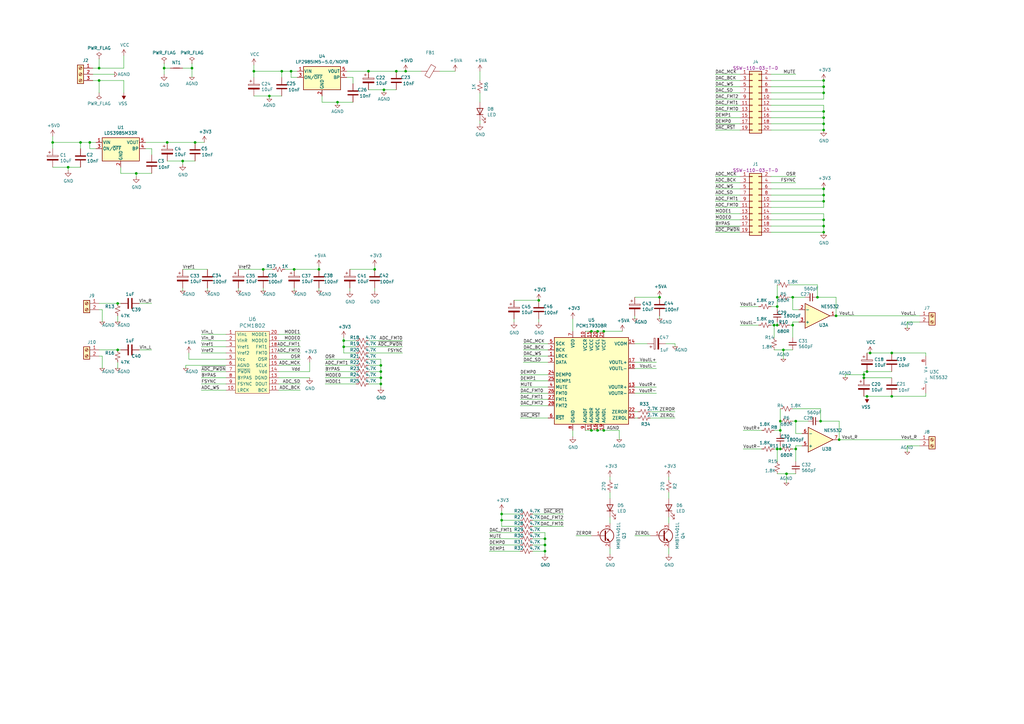
<source format=kicad_sch>
(kicad_sch (version 20230121) (generator eeschema)
  (paper "A3")
  (title_block (date "10 jan 2013"))
  (junction (at 151.13 29.21))
  (junction (at 337.82 77.47))
  (junction (at 321.31 143.51))
  (junction (at 356.87 144.78))
  (junction (at 115.57 29.21))
  (junction (at 337.82 35.56))
  (junction (at 55.88 71.12))
  (junction (at 74.93 66.04))
  (junction (at 326.39 172.72))
  (junction (at 337.82 80.01))
  (junction (at 205.74 213.36))
  (junction (at 270.51 121.92))
  (junction (at 337.82 45.72))
  (junction (at 318.77 121.92))
  (junction (at 104.14 29.21))
  (junction (at 223.52 226.06))
  (junction (at 48.26 124.46))
  (junction (at 68.58 58.42))
  (junction (at 337.82 90.17))
  (junction (at 120.65 110.49))
  (junction (at 326.39 184.15))
  (junction (at 247.65 135.89))
  (junction (at 33.02 58.42))
  (junction (at 337.82 50.8))
  (junction (at 162.56 29.21))
  (junction (at 220.98 123.19))
  (junction (at 354.33 154.94))
  (junction (at 223.52 223.52))
  (junction (at 354.33 153.67))
  (junction (at 245.11 176.53))
  (junction (at 156.21 157.48))
  (junction (at 27.94 68.58))
  (junction (at 337.82 92.71))
  (junction (at 355.6 152.4))
  (junction (at 78.74 27.94))
  (junction (at 325.12 133.35))
  (junction (at 140.97 142.24))
  (junction (at 156.21 154.94))
  (junction (at 365.76 162.56))
  (junction (at 247.65 176.53))
  (junction (at 157.48 36.83))
  (junction (at 325.12 121.92))
  (junction (at 320.04 176.53))
  (junction (at 119.38 29.21))
  (junction (at 337.82 53.34))
  (junction (at 336.55 172.72))
  (junction (at 67.31 27.94))
  (junction (at 337.82 82.55))
  (junction (at 337.82 95.25))
  (junction (at 80.01 58.42))
  (junction (at 223.52 220.98))
  (junction (at 130.81 110.49))
  (junction (at 110.49 39.37))
  (junction (at 140.97 139.7))
  (junction (at 365.76 144.78))
  (junction (at 21.59 58.42))
  (junction (at 242.57 135.89))
  (junction (at 40.64 27.94))
  (junction (at 107.95 110.49))
  (junction (at 337.82 38.1))
  (junction (at 138.43 41.91))
  (junction (at 48.26 143.51))
  (junction (at 342.9 129.54))
  (junction (at 245.11 135.89))
  (junction (at 320.04 172.72))
  (junction (at 205.74 210.82))
  (junction (at 156.21 149.86))
  (junction (at 36.83 58.42))
  (junction (at 337.82 48.26))
  (junction (at 335.28 121.92))
  (junction (at 322.58 194.31))
  (junction (at 242.57 176.53))
  (junction (at 320.04 184.15))
  (junction (at 337.82 33.02))
  (junction (at 318.77 125.73))
  (junction (at 166.37 29.21))
  (junction (at 156.21 152.4))
  (junction (at 344.17 180.34))
  (junction (at 318.77 133.35))
  (junction (at 40.64 33.02))
  (junction (at 153.67 110.49))
  (junction (at 318.77 184.15))
  (junction (at 355.6 162.56))
  (junction (at 317.5 133.35))
  (wire (pts (xy 133.35 149.86) (xy 146.05 149.86)))
  (wire (pts (xy 162.56 29.21) (xy 166.37 29.21)))
  (wire (pts (xy 260.35 121.92) (xy 270.51 121.92)))
  (wire (pts (xy 76.2 149.86) (xy 92.71 149.86)))
  (wire (pts (xy 50.8 27.94) (xy 50.8 22.86)))
  (wire (pts (xy 62.23 60.96) (xy 62.23 63.5)))
  (wire (pts (xy 344.17 180.34) (xy 377.19 180.34)))
  (wire (pts (xy 293.37 77.47) (xy 303.53 77.47)))
  (wire (pts (xy 120.65 110.49) (xy 130.81 110.49)))
  (wire (pts (xy 303.53 90.17) (xy 293.37 90.17)))
  (wire (pts (xy 327.66 132.08) (xy 325.12 132.08)))
  (wire (pts (xy 115.57 29.21) (xy 119.38 29.21)))
  (wire (pts (xy 140.97 142.24) (xy 140.97 144.78)))
  (wire (pts (xy 303.53 48.26) (xy 293.37 48.26)))
  (wire (pts (xy 316.23 33.02) (xy 337.82 33.02)))
  (wire (pts (xy 133.35 154.94) (xy 146.05 154.94)))
  (wire (pts (xy 355.6 144.78) (xy 356.87 144.78)))
  (wire (pts (xy 223.52 220.98) (xy 223.52 223.52)))
  (wire (pts (xy 156.21 157.48) (xy 156.21 158.75)))
  (wire (pts (xy 224.79 171.45) (xy 213.36 171.45)))
  (wire (pts (xy 304.8 184.15) (xy 312.42 184.15)))
  (wire (pts (xy 274.32 201.93) (xy 274.32 204.47)))
  (wire (pts (xy 57.15 143.51) (xy 62.23 143.51)))
  (wire (pts (xy 143.51 118.11) (xy 143.51 119.38)))
  (wire (pts (xy 205.74 213.36) (xy 205.74 215.9)))
  (wire (pts (xy 326.39 182.88) (xy 326.39 184.15)))
  (wire (pts (xy 323.85 133.35) (xy 325.12 133.35)))
  (wire (pts (xy 276.86 142.24) (xy 276.86 140.97)))
  (wire (pts (xy 365.76 162.56) (xy 379.73 162.56)))
  (wire (pts (xy 133.35 152.4) (xy 146.05 152.4)))
  (wire (pts (xy 143.51 110.49) (xy 153.67 110.49)))
  (wire (pts (xy 38.1 33.02) (xy 40.64 33.02)))
  (wire (pts (xy 354.33 152.4) (xy 354.33 153.67)))
  (wire (pts (xy 379.73 146.05) (xy 379.73 144.78)))
  (wire (pts (xy 274.32 195.58) (xy 274.32 196.85)))
  (wire (pts (xy 40.64 33.02) (xy 50.8 33.02)))
  (wire (pts (xy 77.47 147.32) (xy 77.47 144.78)))
  (wire (pts (xy 303.53 43.18) (xy 293.37 43.18)))
  (wire (pts (xy 33.02 58.42) (xy 36.83 58.42)))
  (wire (pts (xy 40.64 146.05) (xy 41.91 146.05)))
  (wire (pts (xy 325.12 121.92) (xy 325.12 127)))
  (wire (pts (xy 36.83 58.42) (xy 39.37 58.42)))
  (wire (pts (xy 231.14 213.36) (xy 218.44 213.36)))
  (wire (pts (xy 218.44 218.44) (xy 223.52 218.44)))
  (wire (pts (xy 111.76 110.49) (xy 107.95 110.49)))
  (wire (pts (xy 213.36 213.36) (xy 205.74 213.36)))
  (wire (pts (xy 265.43 140.97) (xy 260.35 140.97)))
  (wire (pts (xy 269.24 148.59) (xy 260.35 148.59)))
  (wire (pts (xy 151.13 157.48) (xy 156.21 157.48)))
  (wire (pts (xy 110.49 39.37) (xy 115.57 39.37)))
  (wire (pts (xy 213.36 153.67) (xy 224.79 153.67)))
  (wire (pts (xy 293.37 92.71) (xy 303.53 92.71)))
  (wire (pts (xy 97.79 118.11) (xy 97.79 119.38)))
  (wire (pts (xy 260.35 151.13) (xy 269.24 151.13)))
  (wire (pts (xy 214.63 143.51) (xy 224.79 143.51)))
  (wire (pts (xy 224.79 146.05) (xy 214.63 146.05)))
  (wire (pts (xy 85.09 118.11) (xy 85.09 119.38)))
  (wire (pts (xy 337.82 45.72) (xy 337.82 48.26)))
  (wire (pts (xy 59.69 58.42) (xy 68.58 58.42)))
  (wire (pts (xy 254 176.53) (xy 247.65 176.53)))
  (wire (pts (xy 318.77 133.35) (xy 318.77 132.08)))
  (wire (pts (xy 140.97 144.78) (xy 146.05 144.78)))
  (wire (pts (xy 196.85 49.53) (xy 196.85 50.8)))
  (wire (pts (xy 320.04 167.64) (xy 320.04 172.72)))
  (wire (pts (xy 69.85 27.94) (xy 67.31 27.94)))
  (wire (pts (xy 116.84 110.49) (xy 120.65 110.49)))
  (wire (pts (xy 260.35 129.54) (xy 260.35 130.81)))
  (wire (pts (xy 82.55 139.7) (xy 92.71 139.7)))
  (wire (pts (xy 130.81 118.11) (xy 130.81 119.38)))
  (wire (pts (xy 200.66 226.06) (xy 213.36 226.06)))
  (wire (pts (xy 144.78 41.91) (xy 138.43 41.91)))
  (wire (pts (xy 40.64 124.46) (xy 48.26 124.46)))
  (wire (pts (xy 156.21 152.4) (xy 156.21 154.94)))
  (wire (pts (xy 76.2 149.86) (xy 76.2 151.13)))
  (wire (pts (xy 247.65 135.89) (xy 255.27 135.89)))
  (wire (pts (xy 293.37 80.01) (xy 303.53 80.01)))
  (wire (pts (xy 21.59 55.88) (xy 21.59 58.42)))
  (wire (pts (xy 325.12 133.35) (xy 325.12 138.43)))
  (wire (pts (xy 151.13 147.32) (xy 156.21 147.32)))
  (wire (pts (xy 224.79 163.83) (xy 213.36 163.83)))
  (wire (pts (xy 293.37 40.64) (xy 303.53 40.64)))
  (wire (pts (xy 335.28 121.92) (xy 342.9 121.92)))
  (wire (pts (xy 21.59 58.42) (xy 33.02 58.42)))
  (wire (pts (xy 200.66 220.98) (xy 213.36 220.98)))
  (wire (pts (xy 48.26 124.46) (xy 49.53 124.46)))
  (wire (pts (xy 260.35 161.29) (xy 269.24 161.29)))
  (wire (pts (xy 78.74 26.035) (xy 78.74 27.94)))
  (wire (pts (xy 196.85 38.1) (xy 196.85 41.91)))
  (wire (pts (xy 119.38 29.21) (xy 121.92 29.21)))
  (wire (pts (xy 317.5 176.53) (xy 320.04 176.53)))
  (wire (pts (xy 142.24 31.75) (xy 144.78 31.75)))
  (wire (pts (xy 293.37 33.02) (xy 303.53 33.02)))
  (wire (pts (xy 337.82 50.8) (xy 337.82 53.34)))
  (wire (pts (xy 379.73 162.56) (xy 379.73 161.29)))
  (wire (pts (xy 335.28 116.84) (xy 335.28 121.92)))
  (wire (pts (xy 303.53 125.73) (xy 311.15 125.73)))
  (wire (pts (xy 78.74 27.94) (xy 78.74 31.75)))
  (wire (pts (xy 224.79 156.21) (xy 213.36 156.21)))
  (wire (pts (xy 224.79 140.97) (xy 214.63 140.97)))
  (wire (pts (xy 316.23 50.8) (xy 337.82 50.8)))
  (wire (pts (xy 62.23 71.12) (xy 55.88 71.12)))
  (wire (pts (xy 354.33 153.67) (xy 354.33 154.94)))
  (wire (pts (xy 21.59 60.96) (xy 21.59 58.42)))
  (wire (pts (xy 354.33 152.4) (xy 355.6 152.4)))
  (wire (pts (xy 240.03 176.53) (xy 242.57 176.53)))
  (wire (pts (xy 336.55 167.64) (xy 336.55 172.72)))
  (wire (pts (xy 377.19 132.08) (xy 372.11 132.08)))
  (wire (pts (xy 223.52 218.44) (xy 223.52 220.98)))
  (wire (pts (xy 318.77 189.23) (xy 318.77 184.15)))
  (wire (pts (xy 74.93 27.94) (xy 78.74 27.94)))
  (wire (pts (xy 104.14 26.67) (xy 104.14 29.21)))
  (wire (pts (xy 123.19 160.02) (xy 114.3 160.02)))
  (wire (pts (xy 38.1 30.48) (xy 46.99 30.48)))
  (wire (pts (xy 326.39 184.15) (xy 326.39 189.23)))
  (wire (pts (xy 372.11 132.08) (xy 372.11 134.62)))
  (wire (pts (xy 205.74 210.82) (xy 205.74 213.36)))
  (wire (pts (xy 293.37 74.93) (xy 303.53 74.93)))
  (wire (pts (xy 138.43 41.91) (xy 132.08 41.91)))
  (wire (pts (xy 318.77 116.84) (xy 318.77 121.92)))
  (wire (pts (xy 144.78 31.75) (xy 144.78 34.29)))
  (wire (pts (xy 260.35 171.45) (xy 261.62 171.45)))
  (wire (pts (xy 80.01 58.42) (xy 83.82 58.42)))
  (wire (pts (xy 318.77 194.31) (xy 322.58 194.31)))
  (wire (pts (xy 123.19 149.86) (xy 114.3 149.86)))
  (wire (pts (xy 231.14 210.82) (xy 218.44 210.82)))
  (wire (pts (xy 27.94 68.58) (xy 33.02 68.58)))
  (wire (pts (xy 104.14 39.37) (xy 110.49 39.37)))
  (wire (pts (xy 223.52 226.06) (xy 223.52 227.33)))
  (wire (pts (xy 127 152.4) (xy 127 148.59)))
  (wire (pts (xy 317.5 184.15) (xy 318.77 184.15)))
  (wire (pts (xy 323.85 116.84) (xy 335.28 116.84)))
  (wire (pts (xy 318.77 121.92) (xy 318.77 125.73)))
  (wire (pts (xy 270.51 129.54) (xy 270.51 130.81)))
  (wire (pts (xy 92.71 144.78) (xy 82.55 144.78)))
  (wire (pts (xy 337.82 80.01) (xy 337.82 77.47)))
  (wire (pts (xy 40.64 143.51) (xy 48.26 143.51)))
  (wire (pts (xy 104.14 29.21) (xy 115.57 29.21)))
  (wire (pts (xy 82.55 160.02) (xy 92.71 160.02)))
  (wire (pts (xy 196.85 29.21) (xy 196.85 33.02)))
  (wire (pts (xy 218.44 223.52) (xy 223.52 223.52)))
  (wire (pts (xy 214.63 148.59) (xy 224.79 148.59)))
  (wire (pts (xy 325.12 132.08) (xy 325.12 133.35)))
  (wire (pts (xy 260.35 219.71) (xy 266.7 219.71)))
  (wire (pts (xy 316.23 43.18) (xy 337.82 43.18)))
  (wire (pts (xy 303.53 85.09) (xy 293.37 85.09)))
  (wire (pts (xy 223.52 223.52) (xy 223.52 226.06)))
  (wire (pts (xy 303.53 38.1) (xy 293.37 38.1)))
  (wire (pts (xy 48.26 143.51) (xy 49.53 143.51)))
  (wire (pts (xy 316.23 48.26) (xy 337.82 48.26)))
  (wire (pts (xy 59.69 60.96) (xy 62.23 60.96)))
  (wire (pts (xy 205.74 215.9) (xy 213.36 215.9)))
  (wire (pts (xy 303.53 35.56) (xy 293.37 35.56)))
  (wire (pts (xy 337.82 40.64) (xy 337.82 38.1)))
  (wire (pts (xy 303.53 95.25) (xy 293.37 95.25)))
  (wire (pts (xy 74.93 66.04) (xy 80.01 66.04)))
  (wire (pts (xy 68.58 66.04) (xy 74.93 66.04)))
  (wire (pts (xy 68.58 58.42) (xy 80.01 58.42)))
  (wire (pts (xy 41.91 127) (xy 41.91 132.08)))
  (wire (pts (xy 316.23 45.72) (xy 337.82 45.72)))
  (wire (pts (xy 325.12 167.64) (xy 336.55 167.64)))
  (wire (pts (xy 36.83 60.96) (xy 36.83 58.42)))
  (wire (pts (xy 234.95 176.53) (xy 234.95 179.07)))
  (wire (pts (xy 114.3 142.24) (xy 123.19 142.24)))
  (wire (pts (xy 337.82 43.18) (xy 337.82 45.72)))
  (wire (pts (xy 92.71 142.24) (xy 82.55 142.24)))
  (wire (pts (xy 92.71 157.48) (xy 82.55 157.48)))
  (wire (pts (xy 242.57 176.53) (xy 245.11 176.53)))
  (wire (pts (xy 120.65 118.11) (xy 120.65 119.38)))
  (wire (pts (xy 303.53 87.63) (xy 293.37 87.63)))
  (wire (pts (xy 97.79 110.49) (xy 107.95 110.49)))
  (wire (pts (xy 320.04 176.53) (xy 320.04 177.8)))
  (wire (pts (xy 48.26 129.54) (xy 48.26 132.08)))
  (wire (pts (xy 322.58 194.31) (xy 326.39 194.31)))
  (wire (pts (xy 316.23 95.25) (xy 337.82 95.25)))
  (wire (pts (xy 27.94 69.85) (xy 27.94 68.58)))
  (wire (pts (xy 293.37 30.48) (xy 303.53 30.48)))
  (wire (pts (xy 326.39 172.72) (xy 331.47 172.72)))
  (wire (pts (xy 316.23 53.34) (xy 337.82 53.34)))
  (wire (pts (xy 123.19 147.32) (xy 114.3 147.32)))
  (wire (pts (xy 250.19 224.79) (xy 250.19 227.33)))
  (wire (pts (xy 240.03 135.89) (xy 242.57 135.89)))
  (wire (pts (xy 114.3 152.4) (xy 127 152.4)))
  (wire (pts (xy 354.33 154.94) (xy 365.76 154.94)))
  (wire (pts (xy 142.24 29.21) (xy 151.13 29.21)))
  (wire (pts (xy 326.39 177.8) (xy 328.93 177.8)))
  (wire (pts (xy 266.7 171.45) (xy 276.86 171.45)))
  (wire (pts (xy 250.19 212.09) (xy 250.19 214.63)))
  (wire (pts (xy 40.64 38.1) (xy 40.64 33.02)))
  (wire (pts (xy 234.95 130.81) (xy 234.95 135.89)))
  (wire (pts (xy 337.82 90.17) (xy 337.82 92.71)))
  (wire (pts (xy 316.23 133.35) (xy 317.5 133.35)))
  (wire (pts (xy 57.15 124.46) (xy 62.23 124.46)))
  (wire (pts (xy 74.93 67.31) (xy 74.93 66.04)))
  (wire (pts (xy 39.37 60.96) (xy 36.83 60.96)))
  (wire (pts (xy 205.74 210.82) (xy 213.36 210.82)))
  (wire (pts (xy 346.71 153.67) (xy 354.33 153.67)))
  (wire (pts (xy 200.66 218.44) (xy 213.36 218.44)))
  (wire (pts (xy 114.3 154.94) (xy 127 154.94)))
  (wire (pts (xy 40.64 127) (xy 41.91 127)))
  (wire (pts (xy 276.86 140.97) (xy 273.05 140.97)))
  (wire (pts (xy 119.38 31.75) (xy 119.38 29.21)))
  (wire (pts (xy 151.13 154.94) (xy 156.21 154.94)))
  (wire (pts (xy 326.39 172.72) (xy 326.39 177.8)))
  (wire (pts (xy 312.42 176.53) (xy 304.8 176.53)))
  (wire (pts (xy 153.67 109.22) (xy 153.67 110.49)))
  (wire (pts (xy 121.92 31.75) (xy 119.38 31.75)))
  (wire (pts (xy 317.5 143.51) (xy 321.31 143.51)))
  (wire (pts (xy 67.31 26.035) (xy 67.31 27.94)))
  (wire (pts (xy 110.49 40.64) (xy 110.49 39.37)))
  (wire (pts (xy 153.67 118.11) (xy 153.67 119.38)))
  (wire (pts (xy 342.9 121.92) (xy 342.9 129.54)))
  (wire (pts (xy 123.19 139.7) (xy 114.3 139.7)))
  (wire (pts (xy 156.21 147.32) (xy 156.21 149.86)))
  (wire (pts (xy 114.3 137.16) (xy 123.19 137.16)))
  (wire (pts (xy 21.59 68.58) (xy 27.94 68.58)))
  (wire (pts (xy 337.82 48.26) (xy 337.82 50.8)))
  (wire (pts (xy 92.71 137.16) (xy 82.55 137.16)))
  (wire (pts (xy 156.21 149.86) (xy 156.21 152.4)))
  (wire (pts (xy 337.82 35.56) (xy 337.82 33.02)))
  (wire (pts (xy 293.37 82.55) (xy 303.53 82.55)))
  (wire (pts (xy 337.82 82.55) (xy 337.82 80.01)))
  (wire (pts (xy 41.91 146.05) (xy 41.91 151.13)))
  (wire (pts (xy 316.23 90.17) (xy 337.82 90.17)))
  (wire (pts (xy 218.44 220.98) (xy 223.52 220.98)))
  (wire (pts (xy 40.64 24.13) (xy 40.64 27.94)))
  (wire (pts (xy 326.39 72.39) (xy 316.23 72.39)))
  (wire (pts (xy 316.23 92.71) (xy 337.82 92.71)))
  (wire (pts (xy 245.11 135.89) (xy 247.65 135.89)))
  (wire (pts (xy 293.37 50.8) (xy 303.53 50.8)))
  (wire (pts (xy 322.58 198.12) (xy 322.58 194.31)))
  (wire (pts (xy 165.1 142.24) (xy 151.13 142.24)))
  (wire (pts (xy 123.19 144.78) (xy 114.3 144.78)))
  (wire (pts (xy 355.6 162.56) (xy 365.76 162.56)))
  (wire (pts (xy 254 180.34) (xy 254 176.53)))
  (wire (pts (xy 274.32 212.09) (xy 274.32 214.63)))
  (wire (pts (xy 140.97 139.7) (xy 140.97 142.24)))
  (wire (pts (xy 166.37 29.21) (xy 172.72 29.21)))
  (wire (pts (xy 213.36 161.29) (xy 224.79 161.29)))
  (wire (pts (xy 133.35 147.32) (xy 146.05 147.32)))
  (wire (pts (xy 325.12 184.15) (xy 326.39 184.15)))
  (wire (pts (xy 157.48 38.1) (xy 157.48 36.83)))
  (wire (pts (xy 218.44 226.06) (xy 223.52 226.06)))
  (wire (pts (xy 107.95 118.11) (xy 107.95 119.38)))
  (wire (pts (xy 344.17 172.72) (xy 344.17 180.34)))
  (wire (pts (xy 317.5 138.43) (xy 317.5 133.35)))
  (wire (pts (xy 316.23 77.47) (xy 337.82 77.47)))
  (wire (pts (xy 140.97 139.7) (xy 146.05 139.7)))
  (wire (pts (xy 74.93 118.11) (xy 74.93 119.38)))
  (wire (pts (xy 326.39 30.48) (xy 316.23 30.48)))
  (wire (pts (xy 123.19 157.48) (xy 114.3 157.48)))
  (wire (pts (xy 245.11 176.53) (xy 247.65 176.53)))
  (wire (pts (xy 48.26 148.59) (xy 48.26 151.13)))
  (wire (pts (xy 260.35 168.91) (xy 261.62 168.91)))
  (wire (pts (xy 316.23 35.56) (xy 337.82 35.56)))
  (wire (pts (xy 317.5 133.35) (xy 318.77 133.35)))
  (wire (pts (xy 250.19 201.93) (xy 250.19 204.47)))
  (wire (pts (xy 151.13 149.86) (xy 156.21 149.86)))
  (wire (pts (xy 55.88 71.12) (xy 49.53 71.12)))
  (wire (pts (xy 74.93 110.49) (xy 85.09 110.49)))
  (wire (pts (xy 316.23 82.55) (xy 337.82 82.55)))
  (wire (pts (xy 104.14 31.75) (xy 104.14 29.21)))
  (wire (pts (xy 311.15 133.35) (xy 303.53 133.35)))
  (wire (pts (xy 157.48 36.83) (xy 162.56 36.83)))
  (wire (pts (xy 293.37 45.72) (xy 303.53 45.72)))
  (wire (pts (xy 325.12 127) (xy 327.66 127)))
  (wire (pts (xy 337.82 38.1) (xy 337.82 35.56)))
  (wire (pts (xy 250.19 195.58) (xy 250.19 196.85)))
  (wire (pts (xy 337.82 87.63) (xy 337.82 90.17)))
  (wire (pts (xy 325.12 121.92) (xy 330.2 121.92)))
  (wire (pts (xy 316.23 80.01) (xy 337.82 80.01)))
  (wire (pts (xy 220.98 130.81) (xy 220.98 132.08)))
  (wire (pts (xy 38.1 27.94) (xy 40.64 27.94)))
  (wire (pts (xy 365.76 144.78) (xy 379.73 144.78)))
  (wire (pts (xy 342.9 129.54) (xy 377.19 129.54)))
  (wire (pts (xy 320.04 184.15) (xy 320.04 182.88)))
  (wire (pts (xy 321.31 147.32) (xy 321.31 143.51)))
  (wire (pts (xy 328.93 182.88) (xy 326.39 182.88)))
  (wire (pts (xy 231.14 215.9) (xy 218.44 215.9)))
  (wire (pts (xy 356.87 144.78) (xy 365.76 144.78)))
  (wire (pts (xy 213.36 166.37) (xy 224.79 166.37)))
  (wire (pts (xy 33.02 60.96) (xy 33.02 58.42)))
  (wire (pts (xy 316.23 85.09) (xy 337.82 85.09)))
  (wire (pts (xy 336.55 172.72) (xy 344.17 172.72)))
  (wire (pts (xy 320.04 172.72) (xy 320.04 176.53)))
  (wire (pts (xy 346.71 154.94) (xy 346.71 153.67)))
  (wire (pts (xy 151.13 36.83) (xy 157.48 36.83)))
  (wire (pts (xy 316.23 40.64) (xy 337.82 40.64)))
  (wire (pts (xy 138.43 41.91) (xy 138.43 43.18)))
  (wire (pts (xy 133.35 157.48) (xy 146.05 157.48)))
  (wire (pts (xy 354.33 162.56) (xy 355.6 162.56)))
  (wire (pts (xy 337.82 85.09) (xy 337.82 82.55)))
  (wire (pts (xy 269.24 158.75) (xy 260.35 158.75)))
  (wire (pts (xy 326.39 74.93) (xy 316.23 74.93)))
  (wire (pts (xy 92.71 154.94) (xy 82.55 154.94)))
  (wire (pts (xy 146.05 142.24) (xy 140.97 142.24)))
  (wire (pts (xy 316.23 125.73) (xy 318.77 125.73)))
  (wire (pts (xy 205.74 209.55) (xy 205.74 210.82)))
  (wire (pts (xy 77.47 147.32) (xy 92.71 147.32)))
  (wire (pts (xy 321.31 143.51) (xy 325.12 143.51)))
  (wire (pts (xy 50.8 33.02) (xy 50.8 38.1)))
  (wire (pts (xy 316.23 87.63) (xy 337.82 87.63)))
  (wire (pts (xy 200.66 223.52) (xy 213.36 223.52)))
  (wire (pts (xy 355.6 152.4) (xy 365.76 152.4)))
  (wire (pts (xy 140.97 138.43) (xy 140.97 139.7)))
  (wire (pts (xy 377.19 182.88) (xy 372.11 182.88)))
  (wire (pts (xy 151.13 152.4) (xy 156.21 152.4)))
  (wire (pts (xy 132.08 39.37) (xy 132.08 41.91)))
  (wire (pts (xy 40.64 27.94) (xy 50.8 27.94)))
  (wire (pts (xy 67.31 27.94) (xy 67.31 30.48)))
  (wire (pts (xy 303.53 72.39) (xy 293.37 72.39)))
  (wire (pts (xy 49.53 68.58) (xy 49.53 71.12)))
  (wire (pts (xy 276.86 168.91) (xy 266.7 168.91)))
  (wire (pts (xy 318.77 184.15) (xy 320.04 184.15)))
  (wire (pts (xy 151.13 29.21) (xy 162.56 29.21)))
  (wire (pts (xy 337.82 92.71) (xy 337.82 95.25)))
  (wire (pts (xy 325.12 172.72) (xy 326.39 172.72)))
  (wire (pts (xy 323.85 121.92) (xy 325.12 121.92)))
  (wire (pts (xy 156.21 154.94) (xy 156.21 157.48)))
  (wire (pts (xy 210.82 123.19) (xy 220.98 123.19)))
  (wire (pts (xy 316.23 38.1) (xy 337.82 38.1)))
  (wire (pts (xy 274.32 224.79) (xy 274.32 227.33)))
  (wire (pts (xy 293.37 53.34) (xy 303.53 53.34)))
  (wire (pts (xy 130.81 109.22) (xy 130.81 110.49)))
  (wire (pts (xy 210.82 130.81) (xy 210.82 132.08)))
  (wire (pts (xy 115.57 31.75) (xy 115.57 29.21)))
  (wire (pts (xy 180.34 29.21) (xy 186.69 29.21)))
  (wire (pts (xy 165.1 139.7) (xy 151.13 139.7)))
  (wire (pts (xy 236.22 219.71) (xy 242.57 219.71)))
  (wire (pts (xy 165.1 144.78) (xy 151.13 144.78)))
  (wire (pts (xy 55.88 71.12) (xy 55.88 72.39)))
  (wire (pts (xy 372.11 182.88) (xy 372.11 185.42)))
  (wire (pts (xy 318.77 125.73) (xy 318.77 127)))
  (wire (pts (xy 92.71 152.4) (xy 82.55 152.4)))
  (wire (pts (xy 213.36 158.75) (xy 224.79 158.75)))
  (wire (pts (xy 242.57 135.89) (xy 245.11 135.89)))
  (label "ZEROR" (at 276.86 168.91 180))
  (label "ADC_FMT1" (at 133.35 149.86 0))
  (label "FSYNC" (at 326.39 74.93 180))
  (label "OSR" (at 123.19 147.32 180))
  (label "ADC_MCK" (at 123.19 149.86 180))
  (label "ADC_BCK" (at 123.19 160.02 180))
  (label "DAC_SD" (at 293.37 38.1 0))
  (label "DAC_FMT1" (at 200.66 218.44 0))
  (label "VoutR+" (at 304.8 176.53 0))
  (label "ADC_BCK" (at 293.37 74.93 0))
  (label "~{ADC_PWDN}" (at 82.55 152.4 0))
  (label "ADC_SD" (at 123.19 157.48 180))
  (label "DEMP1" (at 293.37 48.26 0))
  (label "ADC_FMT0" (at 123.19 144.78 180))
  (label "MODE0" (at 293.37 90.17 0))
  (label "ADC_WS" (at 82.55 160.02 0))
  (label "BYPAS" (at 133.35 152.4 0))
  (label "DAC_WS" (at 214.63 146.05 0))
  (label "VoutR-" (at 304.8 184.15 0))
  (label "ZEROL" (at 276.86 171.45 180))
  (label "ADC_FMT0" (at 293.37 85.09 0))
  (label "Vout_L" (at 369.57 129.54 0))
  (label "FSYNC" (at 82.55 157.48 0))
  (label "Vref2" (at 97.79 110.49 0))
  (label "DEMP1" (at 213.36 156.21 0))
  (label "Vin_L" (at 82.55 137.16 0))
  (label "DAC_FMT1" (at 293.37 43.18 0))
  (label "ZEROL" (at 260.35 219.71 0))
  (label "~{DAC_RST}" (at 231.14 210.82 180))
  (label "MUTE" (at 213.36 158.75 0))
  (label "MODE1" (at 133.35 157.48 0))
  (label "Vref1" (at 74.93 110.49 0))
  (label "VoutL+" (at 303.53 125.73 0))
  (label "~{ADC_PWDN}" (at 165.1 142.24 180))
  (label "MODE1" (at 123.19 137.16 180))
  (label "DAC_FMT1" (at 213.36 163.83 0))
  (label "MODE1" (at 293.37 87.63 0))
  (label "OSR" (at 133.35 147.32 0))
  (label "VoutR-" (at 269.24 161.29 180))
  (label "MODE0" (at 133.35 154.94 0))
  (label "ADC_FMT1" (at 293.37 82.55 0))
  (label "VoutL-" (at 269.24 151.13 180))
  (label "Vout_R" (at 351.79 180.34 180))
  (label "ADC_MCK" (at 293.37 72.39 0))
  (label "MUTE" (at 326.39 30.48 180))
  (label "ADC_FMT1" (at 123.19 142.24 180))
  (label "BYPAS" (at 293.37 92.71 0))
  (label "MUTE" (at 200.66 220.98 0))
  (label "DEMP0" (at 213.36 153.67 0))
  (label "DAC_FMT0" (at 231.14 215.9 180))
  (label "Vout_R" (at 369.57 180.34 0))
  (label "ADC_WS" (at 293.37 77.47 0))
  (label "DAC_FMT2" (at 213.36 166.37 0))
  (label "Vin_L" (at 62.23 143.51 180))
  (label "~{DAC_RST}" (at 293.37 53.34 0))
  (label "DAC_SD" (at 214.63 148.59 0))
  (label "ADC_SD" (at 293.37 80.01 0))
  (label "BYPAS" (at 82.55 154.94 0))
  (label "DEMP0" (at 293.37 50.8 0))
  (label "DAC_FMT0" (at 293.37 45.72 0))
  (label "FSYNC" (at 165.1 144.78 180))
  (label "Vref1" (at 82.55 142.24 0))
  (label "DAC_MCK" (at 214.63 140.97 0))
  (label "DAC_BCK" (at 214.63 143.51 0))
  (label "DAC_FMT0" (at 213.36 161.29 0))
  (label "Vref2" (at 82.55 144.78 0))
  (label "DEMP1" (at 200.66 226.06 0))
  (label "DAC_FMT2" (at 293.37 40.64 0))
  (label "DAC_WS" (at 293.37 35.56 0))
  (label "Vin_R" (at 62.23 124.46 180))
  (label "DAC_FMT2" (at 231.14 213.36 180))
  (label "DAC_MCK" (at 293.37 30.48 0))
  (label "Vin_R" (at 82.55 139.7 0))
  (label "AGND" (at 254 176.53 180))
  (label "DEMP0" (at 200.66 223.52 0))
  (label "MODE0" (at 123.19 139.7 180))
  (label "VoutL+" (at 269.24 148.59 180))
  (label "OSR" (at 326.39 72.39 180))
  (label "VoutL-" (at 303.53 133.35 0))
  (label "DAC_BCK" (at 293.37 33.02 0))
  (label "Vdd" (at 123.19 152.4 180))
  (label "ADC_FMT0" (at 165.1 139.7 180))
  (label "VoutR+" (at 269.24 158.75 180))
  (label "~{ADC_PWDN}" (at 293.37 95.25 0))
  (label "ZEROR" (at 236.22 219.71 0))
  (label "~{DAC_RST}" (at 213.36 171.45 0))
  (label "Vout_L" (at 350.52 129.54 180))
  (symbol (lib_id "Arduino_codec-rescue:PCM1793-TestAudioBoard-rescue") (at 242.57 156.21 0) (unit 1)
    (property "Reference" "U5" (at 242.57 131.2926 0))
    (property "Value" "PCM1793DBR" (at 242.57 133.604 0))
    (property "Footprint" "Package_SO:SSOP-28_5.3x10.2mm_P0.65mm" (effects hide))
    (property "Datasheet" "https://www.ti.com/lit/ds/symlink/pcm1793.pdf?HQS=TI-null-null-digikeymode-df-pf-null-wwe&ts=1592796921177" (effects hide))
    (property "Part #" "PCM1793DBR" (effects hide))
  )
  (symbol (lib_id "Amplifier_Operational:NE5532") (at 336.55 180.34 0) (mirror x) (unit 2)
    (property "Reference" "U3" (at 339.09 184.15 0))
    (property "Value" "NE5532" (at 341.63 176.53 0))
    (property "Footprint" "Package_SO:SOIC-8_3.9x4.9mm_P1.27mm" (effects hide))
    (property "Datasheet" "http://www.ti.com/lit/ds/symlink/ne5532.pdf" (effects hide))
    (property "Part #" "NE5532DR" (effects hide))
  )
  (symbol (lib_id "Regulator_Linear:LP2985-5.0") (at 132.08 31.75 0) (unit 1)
    (property "Reference" "U4" (at 132.08 23.0632 0))
    (property "Value" "LP2985IM5-5.0/NOPB" (at 132.08 25.3746 0))
    (property "Footprint" "Package_TO_SOT_SMD:SOT-23-5_HandSoldering" (effects hide))
    (property "Datasheet" "https://www.ti.com/lit/ds/symlink/lp2985-n.pdf?HQS=TI-null-null-digikeymode-df-pf-null-wwe&ts=1592796631300" (effects hide))
    (property "Part #" "LP2985IM5-5.0/NOPB" (effects hide))
  )
  (symbol (lib_id "Connector_Generic:Conn_02x10_Odd_Even") (at 308.61 40.64 0) (unit 1)
    (property "Reference" "J4" (at 309.88 25.4 0))
    (property "Value" "Conn_02x10_Odd_Even" (effects hide))
    (property "Footprint" "Connector_PinHeader_2.54mm:PinHeader_2x10_P2.54mm_Vertical" (effects hide))
    (property "Datasheet" "http://suddendocs.samtec.com/catalog_english/ssw_th.pdf" (effects hide))
    (property "Comment" "SSW-110-03-T-D" (at 309.88 27.94 0))
    (property "Part #" "SSW-110-03-T-D" (effects hide))
  )
  (symbol (lib_id "Device:C") (at 365.76 148.59 0) (unit 1)
    (property "Reference" "C19" (at 369.57 147.32 0))
    (property "Value" "10nF" (at 370.84 149.86 0))
    (property "Footprint" "Capacitor_SMD:C_0603_1608Metric_Pad1.05x0.95mm_HandSolder" (effects hide))
    (property "Datasheet" "https://content.kemet.com/datasheets/KEM_C1002_X7R_SMD.pdf" (effects hide))
    (property "Part #" "C0603C103M5RACTU" (effects hide))
  )
  (symbol (lib_id "Device:C") (at 365.76 158.75 0) (unit 1)
    (property "Reference" "C21" (at 369.57 157.48 0))
    (property "Value" "10nF" (at 370.84 160.02 0))
    (property "Footprint" "Capacitor_SMD:C_0603_1608Metric_Pad1.05x0.95mm_HandSolder" (effects hide))
    (property "Datasheet" "https://content.kemet.com/datasheets/KEM_C1002_X7R_SMD.pdf" (effects hide))
    (property "Part #" "C0603C103M5RACTU" (effects hide))
  )
  (symbol (lib_id "Device:C") (at 115.57 35.56 0) (unit 1)
    (property "Reference" "C25" (at 119.38 34.29 0))
    (property "Value" "10nF" (at 120.65 36.83 0))
    (property "Footprint" "Capacitor_SMD:C_0603_1608Metric_Pad1.05x0.95mm_HandSolder" (effects hide))
    (property "Datasheet" "https://content.kemet.com/datasheets/KEM_C1002_X7R_SMD.pdf" (effects hide))
    (property "Part #" "C0603C103M5RACTU" (effects hide))
  )
  (symbol (lib_id "Device:C") (at 162.56 33.02 0) (unit 1)
    (property "Reference" "C23" (at 166.37 31.75 0))
    (property "Value" "10nF" (at 167.64 34.29 0))
    (property "Footprint" "Capacitor_SMD:C_0603_1608Metric_Pad1.05x0.95mm_HandSolder" (effects hide))
    (property "Datasheet" "https://content.kemet.com/datasheets/KEM_C1002_X7R_SMD.pdf" (effects hide))
    (property "Part #" "C0603C103M5RACTU" (effects hide))
  )
  (symbol (lib_id "Device:C") (at 144.78 38.1 0) (unit 1)
    (property "Reference" "C26" (at 148.59 36.83 0))
    (property "Value" "10nF" (at 149.86 39.37 0))
    (property "Footprint" "Capacitor_SMD:C_0603_1608Metric_Pad1.05x0.95mm_HandSolder" (effects hide))
    (property "Datasheet" "https://content.kemet.com/datasheets/KEM_C1002_X7R_SMD.pdf" (effects hide))
    (property "Part #" "C0603C103M5RACTU" (effects hide))
  )
  (symbol (lib_id "Device:R_Small_US") (at 314.96 176.53 270) (unit 1)
    (property "Reference" "R8" (at 317.5 175.26 90))
    (property "Value" "1.8K" (at 313.69 173.99 90))
    (property "Footprint" "Resistor_SMD:R_0603_1608Metric_Pad1.05x0.95mm_HandSolder" (effects hide))
  )
  (symbol (lib_id "Device:C_Small") (at 334.01 172.72 270) (unit 1)
    (property "Reference" "C28" (at 331.47 171.45 90))
    (property "Value" "560pF" (at 334.01 169.2148 90))
    (property "Footprint" "Capacitor_SMD:C_0603_1608Metric_Pad1.05x0.95mm_HandSolder" (effects hide))
  )
  (symbol (lib_id "Connector:Screw_Terminal_01x03") (at 33.02 30.48 0) (mirror y) (unit 1)
    (property "Reference" "J2" (at 35.1028 24.765 0))
    (property "Value" "Screw_Terminal_01x03" (effects hide))
    (property "Footprint" "Arduino_codec:TerminalBlock_Phoenix_MPT-0,5-3-2.54_1x03_P2.54mm_Horizontal" (effects hide))
    (property "Datasheet" "https://media.digikey.com/pdf/Data%20Sheets/Phoenix%20Contact%20PDFs/1725669.pdf" (effects hide))
    (property "Part #" "1725669" (effects hide))
  )
  (symbol (lib_id "Device:R_Small_US") (at 215.9 213.36 90) (unit 1)
    (property "Reference" "R27" (at 210.82 212.09 90) (effects (justify right)))
    (property "Value" "4.7K" (at 217.17 212.09 90) (effects (justify right)))
    (property "Footprint" "Resistor_SMD:R_0603_1608Metric_Pad1.05x0.95mm_HandSolder" (effects hide))
  )
  (symbol (lib_id "Device:R_Small_US") (at 215.9 223.52 90) (unit 1)
    (property "Reference" "R31" (at 210.82 222.25 90) (effects (justify right)))
    (property "Value" "4.7K" (at 217.17 222.25 90) (effects (justify right)))
    (property "Footprint" "Resistor_SMD:R_0603_1608Metric_Pad1.05x0.95mm_HandSolder" (effects hide))
  )
  (symbol (lib_id "Device:R_Small_US") (at 215.9 215.9 90) (unit 1)
    (property "Reference" "R28" (at 210.82 214.63 90) (effects (justify right)))
    (property "Value" "4.7K" (at 217.17 214.63 90) (effects (justify right)))
    (property "Footprint" "Resistor_SMD:R_0603_1608Metric_Pad1.05x0.95mm_HandSolder" (effects hide))
  )
  (symbol (lib_id "Device:R_Small_US") (at 215.9 218.44 90) (unit 1)
    (property "Reference" "R29" (at 210.82 217.17 90) (effects (justify right)))
    (property "Value" "4.7K" (at 217.17 217.17 90) (effects (justify right)))
    (property "Footprint" "Resistor_SMD:R_0603_1608Metric_Pad1.05x0.95mm_HandSolder" (effects hide))
  )
  (symbol (lib_id "Device:R_Small_US") (at 215.9 220.98 90) (unit 1)
    (property "Reference" "R30" (at 210.82 219.71 90) (effects (justify right)))
    (property "Value" "4.7K" (at 217.17 219.71 90) (effects (justify right)))
    (property "Footprint" "Resistor_SMD:R_0603_1608Metric_Pad1.05x0.95mm_HandSolder" (effects hide))
  )
  (symbol (lib_id "Device:R_Small_US") (at 215.9 210.82 90) (unit 1)
    (property "Reference" "R26" (at 210.82 209.55 90) (effects (justify right)))
    (property "Value" "4.7K" (at 217.17 209.55 90) (effects (justify right)))
    (property "Footprint" "Resistor_SMD:R_0603_1608Metric_Pad1.05x0.95mm_HandSolder" (effects hide))
  )
  (symbol (lib_id "Device:R_Small_US") (at 215.9 226.06 90) (unit 1)
    (property "Reference" "R32" (at 210.82 224.79 90) (effects (justify right)))
    (property "Value" "4.7K" (at 217.17 224.79 90) (effects (justify right)))
    (property "Footprint" "Resistor_SMD:R_0603_1608Metric_Pad1.05x0.95mm_HandSolder" (effects hide))
  )
  (symbol (lib_id "power:GND") (at 223.52 227.33 0) (unit 1)
    (property "Reference" "#PWR034" (effects hide))
    (property "Value" "GND" (at 223.647 231.7242 0))
  )
  (symbol (lib_id "power:+3V3") (at 205.74 209.55 0) (unit 1)
    (property "Reference" "#PWR031" (effects hide))
    (property "Value" "+3V3" (at 206.121 205.1558 0))
  )
  (symbol (lib_id "Amplifier_Operational:NE5532") (at 382.27 153.67 0) (unit 3)
    (property "Reference" "U3" (at 381.2032 152.5016 0) (effects (justify left)))
    (property "Value" "NE5532" (at 381.2032 154.813 0) (effects (justify left)))
    (property "Footprint" "Package_SO:SOIC-8_3.9x4.9mm_P1.27mm" (effects hide))
    (property "Datasheet" "http://www.ti.com/lit/ds/symlink/ne5532.pdf" (effects hide))
  )
  (symbol (lib_id "power:PWR_FLAG") (at 40.64 24.13 0) (unit 1)
    (property "Reference" "#FLG0101" (effects hide))
    (property "Value" "PWR_FLAG" (at 40.64 19.7358 0))
  )
  (symbol (lib_id "Arduino_codec-rescue:AGND-Arduino_codec") (at 322.58 198.12 0) (unit 1)
    (property "Reference" "#PWR07" (effects hide))
    (property "Value" "AGND" (at 322.453 196.215 0))
  )
  (symbol (lib_id "Device:R_Small_US") (at 314.96 184.15 270) (unit 1)
    (property "Reference" "R11" (at 317.5 182.88 90))
    (property "Value" "1.8K" (at 313.69 181.61 90))
    (property "Footprint" "Resistor_SMD:R_0603_1608Metric_Pad1.05x0.95mm_HandSolder" (effects hide))
  )
  (symbol (lib_id "Device:R_Small_US") (at 322.58 167.64 270) (unit 1)
    (property "Reference" "R4" (at 320.04 166.37 90))
    (property "Value" "1.8K" (at 326.39 166.37 90))
    (property "Footprint" "Resistor_SMD:R_0603_1608Metric_Pad1.05x0.95mm_HandSolder" (effects hide))
  )
  (symbol (lib_id "Device:R_Small_US") (at 322.58 172.72 270) (unit 1)
    (property "Reference" "R6" (at 322.58 171.45 90))
    (property "Value" "680R" (at 322.58 173.99 90))
    (property "Footprint" "Resistor_SMD:R_0603_1608Metric_Pad1.05x0.95mm_HandSolder" (effects hide))
  )
  (symbol (lib_id "Device:C_Small") (at 320.04 180.34 180) (unit 1)
    (property "Reference" "C30" (at 320.04 179.07 0) (effects (justify right)))
    (property "Value" "1800pF" (at 322.58 180.34 0) (effects (justify right)))
    (property "Footprint" "Capacitor_SMD:C_0603_1608Metric_Pad1.05x0.95mm_HandSolder" (effects hide))
  )
  (symbol (lib_id "Device:C_Small") (at 326.39 191.77 180) (unit 1)
    (property "Reference" "C32" (at 328.7268 190.6016 0) (effects (justify right)))
    (property "Value" "560pF" (at 328.7268 192.913 0) (effects (justify right)))
    (property "Footprint" "Capacitor_SMD:C_0603_1608Metric_Pad1.05x0.95mm_HandSolder" (effects hide))
  )
  (symbol (lib_id "Device:R_Small_US") (at 322.58 184.15 270) (unit 1)
    (property "Reference" "R12" (at 322.58 182.88 90))
    (property "Value" "680R" (at 322.58 186.69 90))
    (property "Footprint" "Resistor_SMD:R_0603_1608Metric_Pad1.05x0.95mm_HandSolder" (effects hide))
  )
  (symbol (lib_id "Device:R_Small_US") (at 318.77 191.77 180) (unit 1)
    (property "Reference" "R15" (at 314.96 189.23 0) (effects (justify right)))
    (property "Value" "1.8K" (at 313.69 193.04 0) (effects (justify right)))
    (property "Footprint" "Resistor_SMD:R_0603_1608Metric_Pad1.05x0.95mm_HandSolder" (effects hide))
  )
  (symbol (lib_id "power:+5VA") (at 77.47 144.78 0) (unit 1)
    (property "Reference" "#PWR0147" (effects hide))
    (property "Value" "+5VA" (at 77.851 140.3858 0))
  )
  (symbol (lib_id "Arduino_codec-rescue:AGND-Arduino_codec") (at 346.71 154.94 0) (unit 1)
    (property "Reference" "#PWR0139" (effects hide))
    (property "Value" "AGND" (at 346.583 153.035 0))
  )
  (symbol (lib_id "Amplifier_Operational:NE5532") (at 335.28 129.54 0) (mirror x) (unit 1)
    (property "Reference" "U3" (at 337.82 133.35 0))
    (property "Value" "NE5532" (at 340.36 125.73 0))
    (property "Footprint" "Package_SO:SOIC-8_3.9x4.9mm_P1.27mm" (effects hide))
    (property "Datasheet" "http://www.ti.com/lit/ds/symlink/ne5532.pdf" (effects hide))
  )
  (symbol (lib_id "Device:R_Small_US") (at 313.69 125.73 270) (unit 1)
    (property "Reference" "R7" (at 316.23 124.46 90))
    (property "Value" "1.8K" (at 312.42 123.19 90))
    (property "Footprint" "Resistor_SMD:R_0603_1608Metric_Pad1.05x0.95mm_HandSolder" (effects hide))
  )
  (symbol (lib_id "Device:C_Small") (at 332.74 121.92 270) (unit 1)
    (property "Reference" "C27" (at 330.2 120.65 90))
    (property "Value" "560pF" (at 332.74 118.4148 90))
    (property "Footprint" "Capacitor_SMD:C_0603_1608Metric_Pad1.05x0.95mm_HandSolder" (effects hide))
  )
  (symbol (lib_id "Arduino_codec-rescue:AGND-Arduino_codec") (at 321.31 147.32 0) (unit 1)
    (property "Reference" "#PWR06" (effects hide))
    (property "Value" "AGND" (at 321.183 145.415 0))
  )
  (symbol (lib_id "Device:R_Small_US") (at 313.69 133.35 270) (unit 1)
    (property "Reference" "R9" (at 316.23 132.08 90))
    (property "Value" "1.8K" (at 312.42 130.81 90))
    (property "Footprint" "Resistor_SMD:R_0603_1608Metric_Pad1.05x0.95mm_HandSolder" (effects hide))
  )
  (symbol (lib_id "Device:R_Small_US") (at 321.31 116.84 270) (unit 1)
    (property "Reference" "R3" (at 318.77 115.57 90))
    (property "Value" "1.8K" (at 325.12 115.57 90))
    (property "Footprint" "Resistor_SMD:R_0603_1608Metric_Pad1.05x0.95mm_HandSolder" (effects hide))
  )
  (symbol (lib_id "Device:R_Small_US") (at 321.31 121.92 270) (unit 1)
    (property "Reference" "R5" (at 321.31 120.65 90))
    (property "Value" "680R" (at 321.31 123.19 90))
    (property "Footprint" "Resistor_SMD:R_0603_1608Metric_Pad1.05x0.95mm_HandSolder" (effects hide))
  )
  (symbol (lib_id "Device:C_Small") (at 318.77 129.54 180) (unit 1)
    (property "Reference" "C29" (at 318.77 128.27 0) (effects (justify right)))
    (property "Value" "1800pF" (at 321.31 129.54 0) (effects (justify right)))
    (property "Footprint" "Capacitor_SMD:C_0603_1608Metric_Pad1.05x0.95mm_HandSolder" (effects hide))
  )
  (symbol (lib_id "Device:C_Small") (at 325.12 140.97 180) (unit 1)
    (property "Reference" "C31" (at 327.4568 139.8016 0) (effects (justify right)))
    (property "Value" "560pF" (at 327.4568 142.113 0) (effects (justify right)))
    (property "Footprint" "Capacitor_SMD:C_0603_1608Metric_Pad1.05x0.95mm_HandSolder" (effects hide))
  )
  (symbol (lib_id "Device:R_Small_US") (at 321.31 133.35 270) (unit 1)
    (property "Reference" "R10" (at 321.31 132.08 90))
    (property "Value" "680R" (at 321.31 135.89 90))
    (property "Footprint" "Resistor_SMD:R_0603_1608Metric_Pad1.05x0.95mm_HandSolder" (effects hide))
  )
  (symbol (lib_id "Device:R_Small_US") (at 317.5 140.97 180) (unit 1)
    (property "Reference" "R14" (at 313.69 138.43 0) (effects (justify right)))
    (property "Value" "1.8K" (at 312.42 142.24 0) (effects (justify right)))
    (property "Footprint" "Resistor_SMD:R_0603_1608Metric_Pad1.05x0.95mm_HandSolder" (effects hide))
  )
  (symbol (lib_id "Device:CP") (at 355.6 148.59 0) (unit 1)
    (property "Reference" "C18" (at 358.5972 147.4216 0) (effects (justify left)))
    (property "Value" "10uF" (at 358.5972 149.733 0) (effects (justify left)))
    (property "Footprint" "Capacitor_Tantalum_SMD:CP_EIA-6032-20_AVX-F_Pad2.25x2.35mm_HandSolder" (effects hide))
    (property "Datasheet" "https://www.digikey.com.au/htmldatasheets/production/257545/0/0/1/trj-series.html" (effects hide))
    (property "Part #" "TRJC106K035R0600" (effects hide))
  )
  (symbol (lib_id "Device:CP") (at 354.33 158.75 0) (unit 1)
    (property "Reference" "C20" (at 357.3272 157.5816 0) (effects (justify left)))
    (property "Value" "10uF" (at 357.3272 159.893 0) (effects (justify left)))
    (property "Footprint" "Capacitor_Tantalum_SMD:CP_EIA-6032-20_AVX-F_Pad2.25x2.35mm_HandSolder" (effects hide))
    (property "Datasheet" "https://www.digikey.com.au/htmldatasheets/production/257545/0/0/1/trj-series.html" (effects hide))
    (property "Part #" "TRJC106K035R0600" (effects hide))
  )
  (symbol (lib_id "power:PWR_FLAG") (at 40.64 38.1 180) (unit 1)
    (property "Reference" "#FLG0107" (effects hide))
    (property "Value" "PWR_FLAG" (at 40.64 42.4942 0))
  )
  (symbol (lib_id "Device:Q_NPN_BEC") (at 247.65 219.71 0) (unit 1)
    (property "Reference" "Q3" (at 255.9812 219.71 90))
    (property "Value" "MMBT4401L" (at 253.6698 219.71 90))
    (property "Footprint" "Package_TO_SOT_SMD:SOT-23" (effects hide))
    (property "Datasheet" "https://www.onsemi.com/pub/Collateral/MMBT4401LT1-D.PDF" (effects hide))
    (property "Part #" "MMBT4401L" (effects hide))
  )
  (symbol (lib_id "power:GND") (at 250.19 227.33 0) (unit 1)
    (property "Reference" "#PWR037" (effects hide))
    (property "Value" "GND" (at 250.317 231.7242 0))
  )
  (symbol (lib_id "Device:LED") (at 274.32 208.28 90) (unit 1)
    (property "Reference" "D6" (at 277.3172 207.2894 90) (effects (justify right)))
    (property "Value" "LED" (at 277.3172 209.6008 90) (effects (justify right)))
    (property "Footprint" "LED_SMD:LED_0603_1608Metric_Pad1.05x0.95mm_HandSolder" (effects hide))
    (property "Datasheet" "https://dammedia.osram.info/media/resource/hires/osram-dam-2493418/LT%20Q39G.pdf" (effects hide))
    (property "Part #" "LT Q39G-Q1OO-25-1" (effects hide))
  )
  (symbol (lib_id "Connector:Screw_Terminal_01x02") (at 382.27 129.54 0) (unit 1)
    (property "Reference" "J7" (at 380.1872 126.365 0))
    (property "Value" "Screw_Terminal_01x02" (effects hide))
    (property "Footprint" "Arduino_codec:TerminalBlock_Phoenix_MPT-0,5-2-2.54_1x02_P2.54mm_Horizontal" (effects hide))
    (property "Datasheet" "https://media.digikey.com/pdf/Data%20Sheets/Phoenix%20Contact%20PDFs/1725656_Ds.pdf" (effects hide))
    (property "Part #" "1725656" (effects hide))
  )
  (symbol (lib_id "Connector:Screw_Terminal_01x02") (at 382.27 180.34 0) (unit 1)
    (property "Reference" "J8" (at 380.1872 177.165 0))
    (property "Value" "Screw_Terminal_01x02" (effects hide))
    (property "Footprint" "Arduino_codec:TerminalBlock_Phoenix_MPT-0,5-2-2.54_1x02_P2.54mm_Horizontal" (effects hide))
    (property "Datasheet" "https://media.digikey.com/pdf/Data%20Sheets/Phoenix%20Contact%20PDFs/1725656_Ds.pdf" (effects hide))
    (property "Part #" "1725656" (effects hide))
  )
  (symbol (lib_id "Device:CP") (at 210.82 127 0) (unit 1)
    (property "Reference" "C45" (at 213.8172 125.8316 0) (effects (justify left)))
    (property "Value" "10uF" (at 213.8172 128.143 0) (effects (justify left)))
    (property "Footprint" "Capacitor_Tantalum_SMD:CP_EIA-2012-15_AVX-P_Pad1.30x1.05mm_HandSolder" (effects hide))
    (property "Datasheet" "http://datasheets.avx.com/TLJ.pdf" (effects hide))
    (property "Part #" "TLJR106M010R2000" (effects hide))
  )
  (symbol (lib_id "Device:CP") (at 260.35 125.73 0) (unit 1)
    (property "Reference" "C43" (at 263.3472 124.5616 0) (effects (justify left)))
    (property "Value" "10uF" (at 263.3472 126.873 0) (effects (justify left)))
    (property "Footprint" "Capacitor_Tantalum_SMD:CP_EIA-2012-15_AVX-P_Pad1.30x1.05mm_HandSolder" (effects hide))
    (property "Datasheet" "http://datasheets.avx.com/TLJ.pdf" (effects hide))
    (property "Part #" "TLJR106M010R2000" (effects hide))
  )
  (symbol (lib_id "power:GND") (at 196.85 50.8 0) (unit 1)
    (property "Reference" "#PWR0132" (effects hide))
    (property "Value" "GND" (at 196.977 55.1942 0))
  )
  (symbol (lib_id "Device:LED") (at 196.85 45.72 90) (unit 1)
    (property "Reference" "D8" (at 199.8472 44.7294 90) (effects (justify right)))
    (property "Value" "LED" (at 199.8472 47.0408 90) (effects (justify right)))
    (property "Footprint" "LED_SMD:LED_0603_1608Metric_Pad1.05x0.95mm_HandSolder" (effects hide))
    (property "Datasheet" "https://dammedia.osram.info/media/resource/hires/osram-dam-2493418/LT%20Q39G.pdf" (effects hide))
    (property "Part #" "LT Q39G-Q1OO-25-1" (effects hide))
  )
  (symbol (lib_id "Arduino_codec-rescue:AGND-Arduino_codec") (at 372.11 134.62 0) (unit 1)
    (property "Reference" "#PWR01" (effects hide))
    (property "Value" "AGND" (at 371.983 132.715 0))
  )
  (symbol (lib_id "Arduino_codec-rescue:AGND-Arduino_codec") (at 372.11 185.42 0) (unit 1)
    (property "Reference" "#PWR02" (effects hide))
    (property "Value" "AGND" (at 371.983 183.515 0))
  )
  (symbol (lib_id "Connector:Screw_Terminal_01x02") (at 35.56 124.46 0) (mirror y) (unit 1)
    (property "Reference" "J9" (at 37.6428 121.285 0))
    (property "Value" "Screw_Terminal_01x02" (effects hide))
    (property "Footprint" "Arduino_codec:TerminalBlock_Phoenix_MPT-0,5-2-2.54_1x02_P2.54mm_Horizontal" (effects hide))
    (property "Datasheet" "https://media.digikey.com/pdf/Data%20Sheets/Phoenix%20Contact%20PDFs/1725656_Ds.pdf" (effects hide))
    (property "Part #" "1725656" (effects hide))
  )
  (symbol (lib_id "Arduino_codec-rescue:AGND-Arduino_codec") (at 41.91 132.08 0) (mirror y) (unit 1)
    (property "Reference" "#PWR03" (effects hide))
    (property "Value" "AGND" (at 44.45 133.35 0))
  )
  (symbol (lib_id "Arduino_codec-rescue:PCM1802-Arduino_codec") (at 101.6 146.05 0) (unit 1)
    (property "Reference" "U6" (at 103.505 130.8862 0) (effects (font (size 1.524 1.524))))
    (property "Value" "PCM1802" (at 103.505 133.5786 0) (effects (font (size 1.524 1.524))))
    (property "Footprint" "Package_SO:SSOP-20_5.3x7.2mm_P0.65mm" (effects hide))
    (property "Datasheet" "https://www.ti.com/lit/ds/symlink/pcm1802.pdf" (effects hide))
    (property "Part #" "PCM1802DBR" (effects hide))
  )
  (symbol (lib_id "Device:R_Small_US") (at 114.3 110.49 90) (unit 1)
    (property "Reference" "R17" (at 109.22 109.22 90) (effects (justify right)))
    (property "Value" "1K" (at 115.57 109.22 90) (effects (justify right)))
    (property "Footprint" "Resistor_SMD:R_0603_1608Metric_Pad1.05x0.95mm_HandSolder" (effects hide))
  )
  (symbol (lib_id "Arduino_codec-rescue:AGND-Arduino_codec") (at 74.93 119.38 0) (mirror y) (unit 1)
    (property "Reference" "#PWR010" (effects hide))
    (property "Value" "AGND" (at 77.47 120.65 0))
  )
  (symbol (lib_id "Device:C") (at 85.09 114.3 0) (unit 1)
    (property "Reference" "C34" (at 88.9 113.03 0))
    (property "Value" "100nF" (at 90.17 115.57 0))
    (property "Footprint" "Capacitor_SMD:C_0603_1608Metric_Pad1.05x0.95mm_HandSolder" (effects hide))
    (property "Datasheet" "https://content.kemet.com/datasheets/KEM_C1002_X7R_SMD.pdf" (effects hide))
    (property "Part #" "C0603C103M5RACTU" (effects hide))
  )
  (symbol (lib_id "Arduino_codec-rescue:AGND-Arduino_codec") (at 85.09 119.38 0) (mirror y) (unit 1)
    (property "Reference" "#PWR011" (effects hide))
    (property "Value" "AGND" (at 87.63 120.65 0))
  )
  (symbol (lib_id "Device:Net-Tie_2") (at 72.39 27.94 0) (unit 1)
    (property "Reference" "NT1" (at 72.39 25.6794 0))
    (property "Value" "Net-Tie_2" (effects hide))
    (property "Footprint" "NetTie:NetTie-2_SMD_Pad2.0mm" (effects hide))
  )
  (symbol (lib_id "Arduino_codec-rescue:AGND-Arduino_codec") (at 78.74 31.75 0) (unit 1)
    (property "Reference" "#PWR0130" (effects hide))
    (property "Value" "AGND" (at 78.74 34.29 0))
  )
  (symbol (lib_id "power:GND") (at 67.31 30.48 0) (unit 1)
    (property "Reference" "#PWR0131" (effects hide))
    (property "Value" "GND" (at 67.437 34.8742 0))
  )
  (symbol (lib_id "power:GND") (at 143.51 119.38 0) (unit 1)
    (property "Reference" "#PWR0142" (effects hide))
    (property "Value" "GND" (at 143.637 123.7742 0))
  )
  (symbol (lib_id "power:GND") (at 153.67 119.38 0) (unit 1)
    (property "Reference" "#PWR0152" (effects hide))
    (property "Value" "GND" (at 153.797 123.7742 0))
  )
  (symbol (lib_id "power:GND") (at 210.82 132.08 0) (unit 1)
    (property "Reference" "#PWR0154" (effects hide))
    (property "Value" "GND" (at 210.947 136.4742 0))
  )
  (symbol (lib_id "power:GND") (at 220.98 132.08 0) (unit 1)
    (property "Reference" "#PWR0155" (effects hide))
    (property "Value" "GND" (at 221.107 136.4742 0))
  )
  (symbol (lib_id "Arduino_codec-rescue:AGND-Arduino_codec") (at 138.43 43.18 0) (unit 1)
    (property "Reference" "#PWR0156" (effects hide))
    (property "Value" "AGND" (at 138.43 45.72 0))
  )
  (symbol (lib_id "Arduino_codec-rescue:AGND-Arduino_codec") (at 76.2 151.13 0) (mirror y) (unit 1)
    (property "Reference" "#PWR0158" (effects hide))
    (property "Value" "AGND" (at 78.74 152.4 0))
  )
  (symbol (lib_id "Device:R_Small_US") (at 264.16 168.91 90) (unit 1)
    (property "Reference" "R33" (at 262.255 165.735 90) (effects (justify right)))
    (property "Value" "2.7K" (at 265.43 167.64 90) (effects (justify right)))
    (property "Footprint" "Resistor_SMD:R_0603_1608Metric_Pad1.05x0.95mm_HandSolder" (effects hide))
  )
  (symbol (lib_id "Device:LED") (at 250.19 208.28 90) (unit 1)
    (property "Reference" "D5" (at 253.1872 207.2894 90) (effects (justify right)))
    (property "Value" "LED" (at 253.1872 209.6008 90) (effects (justify right)))
    (property "Footprint" "LED_SMD:LED_0603_1608Metric_Pad1.05x0.95mm_HandSolder" (effects hide))
    (property "Datasheet" "https://dammedia.osram.info/media/resource/hires/osram-dam-2493418/LT%20Q39G.pdf" (effects hide))
    (property "Part #" "LT Q39G-Q1OO-25-1" (effects hide))
  )
  (symbol (lib_id "power:+3V3") (at 250.19 195.58 0) (unit 1)
    (property "Reference" "#PWR032" (effects hide))
    (property "Value" "+3V3" (at 250.571 191.1858 0))
  )
  (symbol (lib_id "Device:R_Small_US") (at 264.16 171.45 90) (unit 1)
    (property "Reference" "R34" (at 262.89 173.99 90) (effects (justify right)))
    (property "Value" "2.7K" (at 265.43 170.18 90) (effects (justify right)))
    (property "Footprint" "Resistor_SMD:R_0603_1608Metric_Pad1.05x0.95mm_HandSolder" (effects hide))
  )
  (symbol (lib_id "power:GND") (at 127 154.94 0) (unit 1)
    (property "Reference" "#PWR09" (effects hide))
    (property "Value" "GND" (at 127.127 159.3342 0))
  )
  (symbol (lib_id "power:+3V3") (at 127 148.59 0) (unit 1)
    (property "Reference" "#PWR08" (effects hide))
    (property "Value" "+3V3" (at 127.381 144.1958 0))
  )
  (symbol (lib_id "Arduino_codec-rescue:AGND-Arduino_codec") (at 97.79 119.38 0) (mirror y) (unit 1)
    (property "Reference" "#PWR012" (effects hide))
    (property "Value" "AGND" (at 100.33 120.65 0))
  )
  (symbol (lib_id "Device:C") (at 107.95 114.3 0) (unit 1)
    (property "Reference" "C36" (at 111.76 113.03 0))
    (property "Value" "100nF" (at 113.03 115.57 0))
    (property "Footprint" "Capacitor_SMD:C_0603_1608Metric_Pad1.05x0.95mm_HandSolder" (effects hide))
    (property "Datasheet" "https://content.kemet.com/datasheets/KEM_C1002_X7R_SMD.pdf" (effects hide))
    (property "Part #" "C0603C103M5RACTU" (effects hide))
  )
  (symbol (lib_id "Arduino_codec-rescue:AGND-Arduino_codec") (at 107.95 119.38 0) (mirror y) (unit 1)
    (property "Reference" "#PWR013" (effects hide))
    (property "Value" "AGND" (at 110.49 120.65 0))
  )
  (symbol (lib_id "Device:R_Small_US") (at 196.85 35.56 180) (unit 1)
    (property "Reference" "R36" (at 199.39 35.56 90))
    (property "Value" "1K" (at 194.31 35.56 90))
    (property "Footprint" "Resistor_SMD:R_0603_1608Metric_Pad1.05x0.95mm_HandSolder" (effects hide))
  )
  (symbol (lib_id "Device:Q_NPN_BEC") (at 271.78 219.71 0) (unit 1)
    (property "Reference" "Q4" (at 280.1112 219.71 90))
    (property "Value" "MMBT4401L" (at 277.7998 219.71 90))
    (property "Footprint" "Package_TO_SOT_SMD:SOT-23" (effects hide))
    (property "Datasheet" "https://www.onsemi.com/pub/Collateral/MMBT4401LT1-D.PDF" (effects hide))
    (property "Part #" "MMBT4401L" (effects hide))
  )
  (symbol (lib_id "power:GND") (at 274.32 227.33 0) (unit 1)
    (property "Reference" "#PWR038" (effects hide))
    (property "Value" "GND" (at 274.447 231.7242 0))
  )
  (symbol (lib_id "power:+3V3") (at 274.32 195.58 0) (unit 1)
    (property "Reference" "#PWR033" (effects hide))
    (property "Value" "+3V3" (at 274.701 191.1858 0))
  )
  (symbol (lib_id "Arduino_codec-rescue:AGND-Arduino_codec") (at 120.65 119.38 0) (mirror y) (unit 1)
    (property "Reference" "#PWR014" (effects hide))
    (property "Value" "AGND" (at 123.19 120.65 0))
  )
  (symbol (lib_id "Device:C") (at 130.81 114.3 0) (unit 1)
    (property "Reference" "C38" (at 134.62 113.03 0))
    (property "Value" "100nF" (at 135.89 115.57 0))
    (property "Footprint" "Capacitor_SMD:C_0603_1608Metric_Pad1.05x0.95mm_HandSolder" (effects hide))
    (property "Datasheet" "https://content.kemet.com/datasheets/KEM_C1002_X7R_SMD.pdf" (effects hide))
    (property "Part #" "C0603C103M5RACTU" (effects hide))
  )
  (symbol (lib_id "Arduino_codec-rescue:AGND-Arduino_codec") (at 130.81 119.38 0) (mirror y) (unit 1)
    (property "Reference" "#PWR015" (effects hide))
    (property "Value" "AGND" (at 133.35 120.65 0))
  )
  (symbol (lib_id "power:GND") (at 234.95 179.07 0) (unit 1)
    (property "Reference" "#PWR035" (effects hide))
    (property "Value" "GND" (at 235.077 183.4642 0))
  )
  (symbol (lib_id "Device:R_Small_US") (at 148.59 142.24 90) (unit 1)
    (property "Reference" "R19" (at 143.51 140.97 90) (effects (justify right)))
    (property "Value" "4.7K" (at 149.86 140.97 90) (effects (justify right)))
    (property "Footprint" "Resistor_SMD:R_0603_1608Metric_Pad1.05x0.95mm_HandSolder" (effects hide))
  )
  (symbol (lib_id "Device:R_Small_US") (at 148.59 152.4 90) (unit 1)
    (property "Reference" "R23" (at 143.51 151.13 90) (effects (justify right)))
    (property "Value" "4.7K" (at 149.86 151.13 90) (effects (justify right)))
    (property "Footprint" "Resistor_SMD:R_0603_1608Metric_Pad1.05x0.95mm_HandSolder" (effects hide))
  )
  (symbol (lib_id "Device:R_Small_US") (at 148.59 144.78 90) (unit 1)
    (property "Reference" "R20" (at 143.51 143.51 90) (effects (justify right)))
    (property "Value" "4.7K" (at 149.86 143.51 90) (effects (justify right)))
    (property "Footprint" "Resistor_SMD:R_0603_1608Metric_Pad1.05x0.95mm_HandSolder" (effects hide))
  )
  (symbol (lib_id "Device:R_Small_US") (at 148.59 147.32 90) (unit 1)
    (property "Reference" "R21" (at 143.51 146.05 90) (effects (justify right)))
    (property "Value" "4.7K" (at 149.86 146.05 90) (effects (justify right)))
    (property "Footprint" "Resistor_SMD:R_0603_1608Metric_Pad1.05x0.95mm_HandSolder" (effects hide))
  )
  (symbol (lib_id "Device:R_Small_US") (at 148.59 149.86 90) (unit 1)
    (property "Reference" "R22" (at 143.51 148.59 90) (effects (justify right)))
    (property "Value" "4.7K" (at 149.86 148.59 90) (effects (justify right)))
    (property "Footprint" "Resistor_SMD:R_0603_1608Metric_Pad1.05x0.95mm_HandSolder" (effects hide))
  )
  (symbol (lib_id "Device:R_Small_US") (at 148.59 139.7 90) (unit 1)
    (property "Reference" "R18" (at 143.51 138.43 90) (effects (justify right)))
    (property "Value" "4.7K" (at 149.86 138.43 90) (effects (justify right)))
    (property "Footprint" "Resistor_SMD:R_0603_1608Metric_Pad1.05x0.95mm_HandSolder" (effects hide))
  )
  (symbol (lib_id "Device:R_Small_US") (at 148.59 154.94 90) (unit 1)
    (property "Reference" "R24" (at 143.51 153.67 90) (effects (justify right)))
    (property "Value" "4.7K" (at 149.86 153.67 90) (effects (justify right)))
    (property "Footprint" "Resistor_SMD:R_0603_1608Metric_Pad1.05x0.95mm_HandSolder" (effects hide))
  )
  (symbol (lib_id "Device:R_Small_US") (at 148.59 157.48 90) (unit 1)
    (property "Reference" "R25" (at 143.51 156.21 90) (effects (justify right)))
    (property "Value" "4.7K" (at 149.86 156.21 90) (effects (justify right)))
    (property "Footprint" "Resistor_SMD:R_0603_1608Metric_Pad1.05x0.95mm_HandSolder" (effects hide))
  )
  (symbol (lib_id "Device:C") (at 153.67 114.3 0) (unit 1)
    (property "Reference" "C42" (at 157.48 113.03 0))
    (property "Value" "100nF" (at 158.75 115.57 0))
    (property "Footprint" "Capacitor_SMD:C_0603_1608Metric_Pad1.05x0.95mm_HandSolder" (effects hide))
    (property "Datasheet" "https://content.kemet.com/datasheets/KEM_C1002_X7R_SMD.pdf" (effects hide))
    (property "Part #" "C0603C103M5RACTU" (effects hide))
  )
  (symbol (lib_id "Device:CP") (at 151.13 33.02 0) (unit 1)
    (property "Reference" "C22" (at 154.1272 31.8516 0) (effects (justify left)))
    (property "Value" "10uF" (at 154.1272 34.163 0) (effects (justify left)))
    (property "Footprint" "Capacitor_Tantalum_SMD:CP_EIA-6032-20_AVX-F_Pad2.25x2.35mm_HandSolder" (effects hide))
    (property "Datasheet" "https://www.digikey.com.au/htmldatasheets/production/257545/0/0/1/trj-series.html" (effects hide))
    (property "Part #" "TRJC106K035R0600" (effects hide))
  )
  (symbol (lib_id "Arduino_codec-rescue:AGND-Arduino_codec") (at 157.48 38.1 0) (unit 1)
    (property "Reference" "#PWR023" (effects hide))
    (property "Value" "AGND" (at 157.48 40.64 0))
  )
  (symbol (lib_id "power:+3V3") (at 234.95 130.81 0) (unit 1)
    (property "Reference" "#PWR024" (effects hide))
    (property "Value" "+3V3" (at 235.331 126.4158 0))
  )
  (symbol (lib_id "Device:C") (at 220.98 127 0) (unit 1)
    (property "Reference" "C46" (at 224.79 125.73 0))
    (property "Value" "100nF" (at 226.06 128.27 0))
    (property "Footprint" "Capacitor_SMD:C_0603_1608Metric_Pad1.05x0.95mm_HandSolder" (effects hide))
    (property "Datasheet" "https://content.kemet.com/datasheets/KEM_C1002_X7R_SMD.pdf" (effects hide))
    (property "Part #" "C0603C103M5RACTU" (effects hide))
  )
  (symbol (lib_id "power:+3V3") (at 220.98 123.19 0) (unit 1)
    (property "Reference" "#PWR022" (effects hide))
    (property "Value" "+3V3" (at 221.361 118.7958 0))
  )
  (symbol (lib_id "power:+5VA") (at 255.27 135.89 0) (unit 1)
    (property "Reference" "#PWR029" (effects hide))
    (property "Value" "+5VA" (at 255.651 131.4958 0))
  )
  (symbol (lib_id "Arduino_codec-rescue:AGND-Arduino_codec") (at 254 180.34 0) (unit 1)
    (property "Reference" "#PWR036" (effects hide))
    (property "Value" "AGND" (at 254 182.88 0))
  )
  (symbol (lib_id "power:GND") (at 156.21 158.75 0) (unit 1)
    (property "Reference" "#PWR018" (effects hide))
    (property "Value" "GND" (at 156.337 163.1442 0))
  )
  (symbol (lib_id "power:+3V3") (at 140.97 138.43 0) (unit 1)
    (property "Reference" "#PWR017" (effects hide))
    (property "Value" "+3V3" (at 141.351 134.0358 0))
  )
  (symbol (lib_id "Device:C") (at 53.34 124.46 270) (unit 1)
    (property "Reference" "C39" (at 55.88 127 90))
    (property "Value" "1uF" (at 53.34 120.65 90))
    (property "Footprint" "Capacitor_SMD:C_1210_3225Metric_Pad1.42x2.65mm_HandSolder" (effects hide))
    (property "Datasheet" "https://industrial.panasonic.com/ww/products/capacitors/film-capacitors/film-cap-electroequip/models/ECPU1C105MA5" (effects hide))
    (property "Part #" "ECP-U1C105MA5" (effects hide))
  )
  (symbol (lib_id "Arduino_codec-rescue:AGND-Arduino_codec") (at 260.35 130.81 0) (mirror y) (unit 1)
    (property "Reference" "#PWR025" (effects hide))
    (property "Value" "AGND" (at 262.89 132.08 0))
  )
  (symbol (lib_id "Device:C") (at 270.51 125.73 0) (unit 1)
    (property "Reference" "C44" (at 274.32 124.46 0))
    (property "Value" "100nF" (at 275.59 127 0))
    (property "Footprint" "Capacitor_SMD:C_0603_1608Metric_Pad1.05x0.95mm_HandSolder" (effects hide))
    (property "Datasheet" "https://content.kemet.com/datasheets/KEM_C1002_X7R_SMD.pdf" (effects hide))
    (property "Part #" "C0603C103M5RACTU" (effects hide))
  )
  (symbol (lib_id "Arduino_codec-rescue:AGND-Arduino_codec") (at 270.51 130.81 0) (mirror y) (unit 1)
    (property "Reference" "#PWR026" (effects hide))
    (property "Value" "AGND" (at 273.05 132.08 0))
  )
  (symbol (lib_id "power:+5VA") (at 270.51 121.92 0) (unit 1)
    (property "Reference" "#PWR021" (effects hide))
    (property "Value" "+5VA" (at 270.891 117.5258 0))
  )
  (symbol (lib_id "Device:CP") (at 269.24 140.97 90) (unit 1)
    (property "Reference" "C47" (at 274.32 138.43 90) (effects (justify left)))
    (property "Value" "1uF" (at 274.32 143.51 90) (effects (justify left)))
    (property "Footprint" "Capacitor_Tantalum_SMD:CP_EIA-2012-15_AVX-P_Pad1.30x1.05mm_HandSolder" (effects hide))
    (property "Datasheet" "http://datasheets.avx.com/TPS.pdf" (effects hide))
    (property "Part #" "TPSR105K010R9000" (effects hide))
  )
  (symbol (lib_id "Arduino_codec-rescue:AGND-Arduino_codec") (at 276.86 142.24 0) (mirror y) (unit 1)
    (property "Reference" "#PWR030" (effects hide))
    (property "Value" "AGND" (at 279.4 143.51 0))
  )
  (symbol (lib_id "Device:CP") (at 104.14 35.56 0) (unit 1)
    (property "Reference" "C24" (at 107.1372 34.3916 0) (effects (justify left)))
    (property "Value" "10uF" (at 107.1372 36.703 0) (effects (justify left)))
    (property "Footprint" "Capacitor_Tantalum_SMD:CP_EIA-6032-20_AVX-F_Pad2.25x2.35mm_HandSolder" (effects hide))
    (property "Datasheet" "https://www.digikey.com.au/htmldatasheets/production/257545/0/0/1/trj-series.html" (effects hide))
    (property "Part #" "TRJC106K035R0600" (effects hide))
  )
  (symbol (lib_id "Device:R_Small_US") (at 48.26 127 0) (unit 1)
    (property "Reference" "R13" (at 46.99 125.73 0) (effects (justify right)))
    (property "Value" "47K" (at 53.34 129.54 0) (effects (justify right)))
    (property "Footprint" "Resistor_SMD:R_0603_1608Metric_Pad1.05x0.95mm_HandSolder" (effects hide))
  )
  (symbol (lib_id "Arduino_codec-rescue:AGND-Arduino_codec") (at 48.26 132.08 0) (mirror y) (unit 1)
    (property "Reference" "#PWR05" (effects hide))
    (property "Value" "AGND" (at 50.8 133.35 0))
  )
  (symbol (lib_id "Device:CP") (at 74.93 114.3 0) (unit 1)
    (property "Reference" "C33" (at 77.9272 113.1316 0) (effects (justify left)))
    (property "Value" "10uF" (at 77.9272 115.443 0) (effects (justify left)))
    (property "Footprint" "Capacitor_Tantalum_SMD:CP_EIA-2012-15_AVX-P_Pad1.30x1.05mm_HandSolder" (effects hide))
    (property "Datasheet" "http://datasheets.avx.com/TLJ.pdf" (effects hide))
    (property "Part #" "TLJR106M010R2000" (effects hide))
  )
  (symbol (lib_id "Device:CP") (at 97.79 114.3 0) (unit 1)
    (property "Reference" "C35" (at 100.7872 113.1316 0) (effects (justify left)))
    (property "Value" "10uF" (at 100.7872 115.443 0) (effects (justify left)))
    (property "Footprint" "Capacitor_Tantalum_SMD:CP_EIA-2012-15_AVX-P_Pad1.30x1.05mm_HandSolder" (effects hide))
    (property "Datasheet" "http://datasheets.avx.com/TLJ.pdf" (effects hide))
    (property "Part #" "TLJR106M010R2000" (effects hide))
  )
  (symbol (lib_id "Device:CP") (at 120.65 114.3 0) (unit 1)
    (property "Reference" "C37" (at 123.6472 113.1316 0) (effects (justify left)))
    (property "Value" "10uF" (at 123.6472 115.443 0) (effects (justify left)))
    (property "Footprint" "Capacitor_Tantalum_SMD:CP_EIA-2012-15_AVX-P_Pad1.30x1.05mm_HandSolder" (effects hide))
    (property "Datasheet" "http://datasheets.avx.com/TLJ.pdf" (effects hide))
    (property "Part #" "TLJR106M010R2000" (effects hide))
  )
  (symbol (lib_id "Device:CP") (at 143.51 114.3 0) (unit 1)
    (property "Reference" "C41" (at 146.5072 113.1316 0) (effects (justify left)))
    (property "Value" "10uF" (at 146.5072 115.443 0) (effects (justify left)))
    (property "Footprint" "Capacitor_Tantalum_SMD:CP_EIA-2012-15_AVX-P_Pad1.30x1.05mm_HandSolder" (effects hide))
    (property "Datasheet" "http://datasheets.avx.com/TLJ.pdf" (effects hide))
    (property "Part #" "TLJR106M010R2000" (effects hide))
  )
  (symbol (lib_id "Connector:Screw_Terminal_01x02") (at 35.56 143.51 0) (mirror y) (unit 1)
    (property "Reference" "J10" (at 37.6428 140.335 0))
    (property "Value" "Screw_Terminal_01x02" (effects hide))
    (property "Footprint" "Arduino_codec:TerminalBlock_Phoenix_MPT-0,5-2-2.54_1x02_P2.54mm_Horizontal" (effects hide))
    (property "Datasheet" "https://media.digikey.com/pdf/Data%20Sheets/Phoenix%20Contact%20PDFs/1725656_Ds.pdf" (effects hide))
    (property "Part #" "1725656" (effects hide))
  )
  (symbol (lib_id "Arduino_codec-rescue:AGND-Arduino_codec") (at 41.91 151.13 0) (mirror y) (unit 1)
    (property "Reference" "#PWR04" (effects hide))
    (property "Value" "AGND" (at 44.45 152.4 0))
  )
  (symbol (lib_id "Device:C") (at 53.34 143.51 270) (unit 1)
    (property "Reference" "C40" (at 55.88 146.05 90))
    (property "Value" "1uF" (at 53.34 139.7 90))
    (property "Footprint" "Capacitor_SMD:C_1210_3225Metric_Pad1.42x2.65mm_HandSolder" (effects hide))
    (property "Datasheet" "https://industrial.panasonic.com/ww/products/capacitors/film-capacitors/film-cap-electroequip/models/ECPU1C105MA5" (effects hide))
    (property "Part #" "ECP-U1C105MA5" (effects hide))
  )
  (symbol (lib_id "Device:R_Small_US") (at 48.26 146.05 0) (unit 1)
    (property "Reference" "R16" (at 46.99 144.78 0) (effects (justify right)))
    (property "Value" "47K" (at 53.34 148.59 0) (effects (justify right)))
    (property "Footprint" "Resistor_SMD:R_0603_1608Metric_Pad1.05x0.95mm_HandSolder" (effects hide))
  )
  (symbol (lib_id "Arduino_codec-rescue:AGND-Arduino_codec") (at 48.26 151.13 0) (mirror y) (unit 1)
    (property "Reference" "#PWR016" (effects hide))
    (property "Value" "AGND" (at 50.8 152.4 0))
  )
  (symbol (lib_id "power:PWR_FLAG") (at 67.31 26.035 0) (unit 1)
    (property "Reference" "#FLG0108" (effects hide))
    (property "Value" "PWR_FLAG" (at 67.31 21.6408 0))
  )
  (symbol (lib_id "power:PWR_FLAG") (at 78.74 26.035 0) (unit 1)
    (property "Reference" "#FLG0109" (effects hide))
    (property "Value" "PWR_FLAG" (at 78.74 21.6408 0))
  )
  (symbol (lib_id "power:VCC") (at 50.8 22.86 0) (unit 1)
    (property "Reference" "#PWR0109" (effects hide))
    (property "Value" "VCC" (at 51.181 18.4658 0))
  )
  (symbol (lib_id "power:VSS") (at 50.8 38.1 180) (unit 1)
    (property "Reference" "#PWR0110" (effects hide))
    (property "Value" "VSS" (at 50.419 42.4942 0))
  )
  (symbol (lib_id "power:VCC") (at 356.87 144.78 0) (unit 1)
    (property "Reference" "#PWR0112" (effects hide))
    (property "Value" "VCC" (at 357.251 140.3858 0))
  )
  (symbol (lib_id "power:VSS") (at 355.6 162.56 180) (unit 1)
    (property "Reference" "#PWR0113" (effects hide))
    (property "Value" "VSS" (at 355.219 166.9542 0))
  )
  (symbol (lib_id "power:VCC") (at 104.14 26.67 0) (unit 1)
    (property "Reference" "#PWR0116" (effects hide))
    (property "Value" "VCC" (at 104.521 22.2758 0))
  )
  (symbol (lib_id "Regulator_Linear:LP2985-5.0") (at 49.53 60.96 0) (unit 1)
    (property "Reference" "U1" (at 49.53 52.2732 0))
    (property "Value" "LDS3985M33R" (at 49.53 54.5846 0))
    (property "Footprint" "Package_TO_SOT_SMD:SOT-23-5_HandSoldering" (effects hide))
    (property "Datasheet" "https://www.st.com/content/ccc/resource/technical/document/datasheet/3b/32/8b/03/64/d0/49/e2/CD00047465.pdf/files/CD00047465.pdf/jcr:content/translations/en.CD00047465.pdf" (effects hide))
    (property "Part #" "LDS3985M33R" (effects hide))
  )
  (symbol (lib_id "Device:C") (at 33.02 64.77 0) (unit 1)
    (property "Reference" "C2" (at 36.83 63.5 0))
    (property "Value" "10nF" (at 38.1 66.04 0))
    (property "Footprint" "Capacitor_SMD:C_0603_1608Metric_Pad1.08x0.95mm_HandSolder" (effects hide))
    (property "Datasheet" "https://content.kemet.com/datasheets/KEM_C1002_X7R_SMD.pdf" (effects hide))
    (property "Part #" "C0603C103M5RACTU" (effects hide))
  )
  (symbol (lib_id "Device:C") (at 80.01 62.23 0) (unit 1)
    (property "Reference" "C5" (at 83.82 60.96 0))
    (property "Value" "10nF" (at 85.09 63.5 0))
    (property "Footprint" "Capacitor_SMD:C_0603_1608Metric_Pad1.08x0.95mm_HandSolder" (effects hide))
    (property "Datasheet" "https://content.kemet.com/datasheets/KEM_C1002_X7R_SMD.pdf" (effects hide))
    (property "Part #" "C0603C103M5RACTU" (effects hide))
  )
  (symbol (lib_id "Device:C") (at 62.23 67.31 0) (unit 1)
    (property "Reference" "C3" (at 66.04 66.04 0))
    (property "Value" "10nF" (at 67.31 68.58 0))
    (property "Footprint" "Capacitor_SMD:C_0603_1608Metric_Pad1.08x0.95mm_HandSolder" (effects hide))
    (property "Datasheet" "https://content.kemet.com/datasheets/KEM_C1002_X7R_SMD.pdf" (effects hide))
    (property "Part #" "C0603C103M5RACTU" (effects hide))
  )
  (symbol (lib_id "Device:CP") (at 21.59 64.77 0) (unit 1)
    (property "Reference" "C1" (at 24.5872 63.6016 0) (effects (justify left)))
    (property "Value" "10uF" (at 24.5872 65.913 0) (effects (justify left)))
    (property "Footprint" "Capacitor_Tantalum_SMD:CP_EIA-6032-20_AVX-F_Pad2.25x2.35mm_HandSolder" (effects hide))
    (property "Datasheet" "https://www.digikey.com.au/htmldatasheets/production/257545/0/0/1/trj-series.html" (effects hide))
    (property "Part #" "TRJC106K035R0600" (effects hide))
  )
  (symbol (lib_id "Device:CP") (at 68.58 62.23 0) (unit 1)
    (property "Reference" "C4" (at 71.5772 61.0616 0) (effects (justify left)))
    (property "Value" "10uF" (at 71.5772 63.373 0) (effects (justify left)))
    (property "Footprint" "Capacitor_Tantalum_SMD:CP_EIA-6032-20_AVX-F_Pad2.25x2.35mm_HandSolder" (effects hide))
    (property "Datasheet" "https://www.digikey.com.au/htmldatasheets/production/257545/0/0/1/trj-series.html" (effects hide))
    (property "Part #" "TRJC106K035R0600" (effects hide))
  )
  (symbol (lib_id "power:+5VD") (at 21.59 55.88 0) (unit 1)
    (property "Reference" "#PWR0120" (effects hide))
    (property "Value" "+5VD" (at 21.971 51.4858 0))
  )
  (symbol (lib_id "power:+3V3") (at 83.82 58.42 0) (unit 1)
    (property "Reference" "#PWR0121" (effects hide))
    (property "Value" "+3V3" (at 84.201 54.0258 0))
  )
  (symbol (lib_id "power:+5VA") (at 130.81 109.22 0) (unit 1)
    (property "Reference" "#PWR039" (effects hide))
    (property "Value" "+5VA" (at 131.191 104.8258 0))
  )
  (symbol (lib_id "power:+3V3") (at 153.67 109.22 0) (unit 1)
    (property "Reference" "#PWR041" (effects hide))
    (property "Value" "+3V3" (at 154.051 104.8258 0))
  )
  (symbol (lib_id "power:GND") (at 74.93 67.31 0) (unit 1)
    (property "Reference" "#PWR042" (effects hide))
    (property "Value" "GND" (at 75.057 71.7042 0))
  )
  (symbol (lib_id "power:GND") (at 55.88 72.39 0) (unit 1)
    (property "Reference" "#PWR040" (effects hide))
    (property "Value" "GND" (at 56.007 76.7842 0))
  )
  (symbol (lib_id "power:GND") (at 27.94 69.85 0) (unit 1)
    (property "Reference" "#PWR028" (effects hide))
    (property "Value" "GND" (at 28.067 74.2442 0))
  )
  (symbol (lib_id "Arduino_codec-rescue:AGND-Arduino_codec") (at 46.99 30.48 90) (unit 1)
    (property "Reference" "#PWR020" (effects hide))
    (property "Value" "AGND" (at 50.8 30.48 90))
  )
  (symbol (lib_id "Arduino_codec-rescue:AGND-Arduino_codec") (at 110.49 40.64 0) (unit 1)
    (property "Reference" "#PWR027" (effects hide))
    (property "Value" "AGND" (at 110.49 43.18 0))
  )
  (symbol (lib_id "power:GND") (at 337.82 53.34 0) (unit 1)
    (property "Reference" "#PWR046" (effects hide))
    (property "Value" "GND" (at 337.947 57.7342 0))
  )
  (symbol (lib_id "Connector_Generic:Conn_02x10_Odd_Even") (at 308.61 82.55 0) (unit 1)
    (property "Reference" "J1" (at 309.88 67.31 0))
    (property "Value" "Conn_02x10_Odd_Even" (effects hide))
    (property "Footprint" "Connector_PinHeader_2.54mm:PinHeader_2x10_P2.54mm_Vertical" (effects hide))
    (property "Datasheet" "http://suddendocs.samtec.com/catalog_english/ssw_th.pdf" (effects hide))
    (property "Comment" "SSW-110-03-T-D" (at 309.88 69.85 0))
    (property "Part #" "SSW-110-03-T-D" (effects hide))
  )
  (symbol (lib_id "power:+3V3") (at 337.82 77.47 0) (unit 1)
    (property "Reference" "#PWR047" (effects hide))
    (property "Value" "+3V3" (at 338.201 73.0758 0))
  )
  (symbol (lib_id "power:+5VD") (at 166.37 29.21 0) (unit 1)
    (property "Reference" "#PWR019" (effects hide))
    (property "Value" "+5VD" (at 166.751 24.8158 0))
  )
  (symbol (lib_id "Device:R_Small_US") (at 250.19 199.39 180) (unit 1)
    (property "Reference" "R1" (at 252.73 199.39 90))
    (property "Value" "270" (at 247.65 199.39 90))
    (property "Footprint" "Resistor_SMD:R_0603_1608Metric_Pad0.98x0.95mm_HandSolder" (effects hide))
  )
  (symbol (lib_id "power:+5VA") (at 196.85 29.21 0) (unit 1)
    (property "Reference" "#PWR044" (effects hide))
    (property "Value" "+5VA" (at 197.231 24.8158 0))
  )
  (symbol (lib_id "power:+3V3") (at 337.82 33.02 0) (unit 1)
    (property "Reference" "#PWR045" (effects hide))
    (property "Value" "+3V3" (at 338.201 28.6258 0))
  )
  (symbol (lib_id "power:GND") (at 337.82 95.25 0) (unit 1)
    (property "Reference" "#PWR048" (effects hide))
    (property "Value" "GND" (at 337.947 99.6442 0))
  )
  (symbol (lib_id "Device:FerriteBead") (at 176.53 29.21 90) (unit 1)
    (property "Reference" "FB1" (at 176.4792 21.59 90))
    (property "Value" "FerriteBead" (effects hide))
  )
  (symbol (lib_id "power:+5VA") (at 186.69 29.21 0) (unit 1)
    (property "Reference" "#PWR043" (effects hide))
    (property "Value" "+5VA" (at 187.071 24.8158 0))
  )
  (symbol (lib_id "Device:R_Small_US") (at 274.32 199.39 180) (unit 1)
    (property "Reference" "R2" (at 276.86 199.39 90))
    (property "Value" "270" (at 271.78 199.39 90))
    (property "Footprint" "Resistor_SMD:R_0603_1608Metric_Pad0.98x0.95mm_HandSolder" (effects hide))
  )
)
</source>
